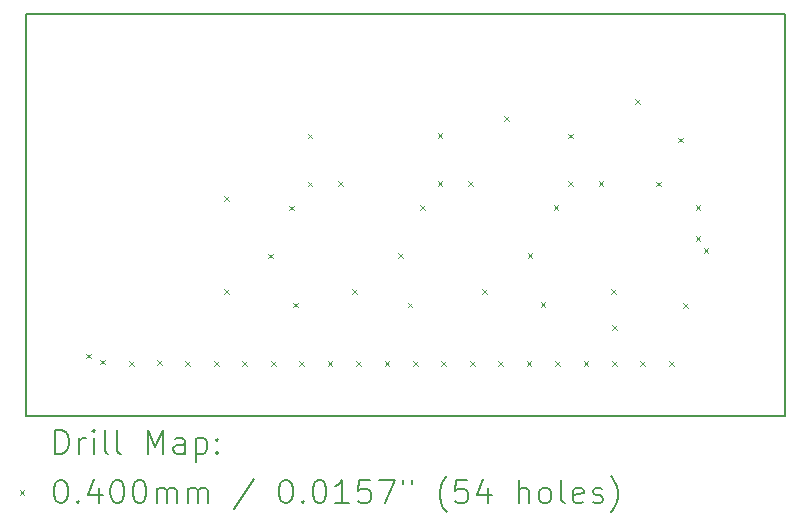
<source format=gbr>
%TF.GenerationSoftware,KiCad,Pcbnew,8.0.5*%
%TF.CreationDate,2024-09-28T22:07:44-04:00*%
%TF.ProjectId,Fluke_LCD,466c756b-655f-44c4-9344-2e6b69636164,rev?*%
%TF.SameCoordinates,Original*%
%TF.FileFunction,Drillmap*%
%TF.FilePolarity,Positive*%
%FSLAX45Y45*%
G04 Gerber Fmt 4.5, Leading zero omitted, Abs format (unit mm)*
G04 Created by KiCad (PCBNEW 8.0.5) date 2024-09-28 22:07:44*
%MOMM*%
%LPD*%
G01*
G04 APERTURE LIST*
%ADD10C,0.200000*%
%ADD11C,0.100000*%
G04 APERTURE END LIST*
D10*
X18000000Y-12596400D02*
X24426200Y-12596400D01*
X24426200Y-16000000D01*
X18000000Y-16000000D01*
X18000000Y-12596400D01*
D11*
X18511000Y-15474000D02*
X18551000Y-15514000D01*
X18551000Y-15474000D02*
X18511000Y-15514000D01*
X18631000Y-15525000D02*
X18671000Y-15565000D01*
X18671000Y-15525000D02*
X18631000Y-15565000D01*
X18873000Y-15535000D02*
X18913000Y-15575000D01*
X18913000Y-15535000D02*
X18873000Y-15575000D01*
X19112000Y-15532000D02*
X19152000Y-15572000D01*
X19152000Y-15532000D02*
X19112000Y-15572000D01*
X19352000Y-15536000D02*
X19392000Y-15576000D01*
X19392000Y-15536000D02*
X19352000Y-15576000D01*
X19594000Y-15538000D02*
X19634000Y-15578000D01*
X19634000Y-15538000D02*
X19594000Y-15578000D01*
X19680000Y-14142000D02*
X19720000Y-14182000D01*
X19720000Y-14142000D02*
X19680000Y-14182000D01*
X19680000Y-14929000D02*
X19720000Y-14969000D01*
X19720000Y-14929000D02*
X19680000Y-14969000D01*
X19834000Y-15535000D02*
X19874000Y-15575000D01*
X19874000Y-15535000D02*
X19834000Y-15575000D01*
X20051000Y-14627000D02*
X20091000Y-14667000D01*
X20091000Y-14627000D02*
X20051000Y-14667000D01*
X20076000Y-15537000D02*
X20116000Y-15577000D01*
X20116000Y-15537000D02*
X20076000Y-15577000D01*
X20232000Y-14221000D02*
X20272000Y-14261000D01*
X20272000Y-14221000D02*
X20232000Y-14261000D01*
X20265000Y-15042000D02*
X20305000Y-15082000D01*
X20305000Y-15042000D02*
X20265000Y-15082000D01*
X20316000Y-15535000D02*
X20356000Y-15575000D01*
X20356000Y-15535000D02*
X20316000Y-15575000D01*
X20388000Y-13611000D02*
X20428000Y-13651000D01*
X20428000Y-13611000D02*
X20388000Y-13651000D01*
X20388000Y-14018000D02*
X20428000Y-14058000D01*
X20428000Y-14018000D02*
X20388000Y-14058000D01*
X20556000Y-15536000D02*
X20596000Y-15576000D01*
X20596000Y-15536000D02*
X20556000Y-15576000D01*
X20643000Y-14013000D02*
X20683000Y-14053000D01*
X20683000Y-14013000D02*
X20643000Y-14053000D01*
X20762000Y-14929000D02*
X20802000Y-14969000D01*
X20802000Y-14929000D02*
X20762000Y-14969000D01*
X20798000Y-15537000D02*
X20838000Y-15577000D01*
X20838000Y-15537000D02*
X20798000Y-15577000D01*
X21039000Y-15536000D02*
X21079000Y-15576000D01*
X21079000Y-15536000D02*
X21039000Y-15576000D01*
X21151000Y-14622000D02*
X21191000Y-14662000D01*
X21191000Y-14622000D02*
X21151000Y-14662000D01*
X21233000Y-15043000D02*
X21273000Y-15083000D01*
X21273000Y-15043000D02*
X21233000Y-15083000D01*
X21278000Y-15538000D02*
X21318000Y-15578000D01*
X21318000Y-15538000D02*
X21278000Y-15578000D01*
X21337000Y-14216000D02*
X21377000Y-14256000D01*
X21377000Y-14216000D02*
X21337000Y-14256000D01*
X21488000Y-13607000D02*
X21528000Y-13647000D01*
X21528000Y-13607000D02*
X21488000Y-13647000D01*
X21488000Y-14012000D02*
X21528000Y-14052000D01*
X21528000Y-14012000D02*
X21488000Y-14052000D01*
X21519000Y-15538000D02*
X21559000Y-15578000D01*
X21559000Y-15538000D02*
X21519000Y-15578000D01*
X21747000Y-14016000D02*
X21787000Y-14056000D01*
X21787000Y-14016000D02*
X21747000Y-14056000D01*
X21761000Y-15536000D02*
X21801000Y-15576000D01*
X21801000Y-15536000D02*
X21761000Y-15576000D01*
X21867000Y-14930000D02*
X21907000Y-14970000D01*
X21907000Y-14930000D02*
X21867000Y-14970000D01*
X22001000Y-15536000D02*
X22041000Y-15576000D01*
X22041000Y-15536000D02*
X22001000Y-15576000D01*
X22052000Y-13461000D02*
X22092000Y-13501000D01*
X22092000Y-13461000D02*
X22052000Y-13501000D01*
X22242000Y-15536000D02*
X22282000Y-15576000D01*
X22282000Y-15536000D02*
X22242000Y-15576000D01*
X22250000Y-14626000D02*
X22290000Y-14666000D01*
X22290000Y-14626000D02*
X22250000Y-14666000D01*
X22360000Y-15037000D02*
X22400000Y-15077000D01*
X22400000Y-15037000D02*
X22360000Y-15077000D01*
X22469000Y-14220000D02*
X22509000Y-14260000D01*
X22509000Y-14220000D02*
X22469000Y-14260000D01*
X22483000Y-15536000D02*
X22523000Y-15576000D01*
X22523000Y-15536000D02*
X22483000Y-15576000D01*
X22593000Y-13611000D02*
X22633000Y-13651000D01*
X22633000Y-13611000D02*
X22593000Y-13651000D01*
X22593000Y-14016000D02*
X22633000Y-14056000D01*
X22633000Y-14016000D02*
X22593000Y-14056000D01*
X22723000Y-15537000D02*
X22763000Y-15577000D01*
X22763000Y-15537000D02*
X22723000Y-15577000D01*
X22852000Y-14017000D02*
X22892000Y-14057000D01*
X22892000Y-14017000D02*
X22852000Y-14057000D01*
X22959000Y-14929000D02*
X22999000Y-14969000D01*
X22999000Y-14929000D02*
X22959000Y-14969000D01*
X22963000Y-15535000D02*
X23003000Y-15575000D01*
X23003000Y-15535000D02*
X22963000Y-15575000D01*
X22967750Y-15236000D02*
X23007750Y-15276000D01*
X23007750Y-15236000D02*
X22967750Y-15276000D01*
X23163000Y-13319000D02*
X23203000Y-13359000D01*
X23203000Y-13319000D02*
X23163000Y-13359000D01*
X23203000Y-15536000D02*
X23243000Y-15576000D01*
X23243000Y-15536000D02*
X23203000Y-15576000D01*
X23336000Y-14018000D02*
X23376000Y-14058000D01*
X23376000Y-14018000D02*
X23336000Y-14058000D01*
X23445000Y-15536000D02*
X23485000Y-15576000D01*
X23485000Y-15536000D02*
X23445000Y-15576000D01*
X23525000Y-13645000D02*
X23565000Y-13685000D01*
X23565000Y-13645000D02*
X23525000Y-13685000D01*
X23564000Y-15047000D02*
X23604000Y-15087000D01*
X23604000Y-15047000D02*
X23564000Y-15087000D01*
X23673000Y-14220000D02*
X23713000Y-14260000D01*
X23713000Y-14220000D02*
X23673000Y-14260000D01*
X23673000Y-14479000D02*
X23713000Y-14519000D01*
X23713000Y-14479000D02*
X23673000Y-14519000D01*
X23740000Y-14584000D02*
X23780000Y-14624000D01*
X23780000Y-14584000D02*
X23740000Y-14624000D01*
D10*
X18250777Y-16321484D02*
X18250777Y-16121484D01*
X18250777Y-16121484D02*
X18298396Y-16121484D01*
X18298396Y-16121484D02*
X18326967Y-16131008D01*
X18326967Y-16131008D02*
X18346015Y-16150055D01*
X18346015Y-16150055D02*
X18355539Y-16169103D01*
X18355539Y-16169103D02*
X18365063Y-16207198D01*
X18365063Y-16207198D02*
X18365063Y-16235769D01*
X18365063Y-16235769D02*
X18355539Y-16273865D01*
X18355539Y-16273865D02*
X18346015Y-16292912D01*
X18346015Y-16292912D02*
X18326967Y-16311960D01*
X18326967Y-16311960D02*
X18298396Y-16321484D01*
X18298396Y-16321484D02*
X18250777Y-16321484D01*
X18450777Y-16321484D02*
X18450777Y-16188150D01*
X18450777Y-16226246D02*
X18460301Y-16207198D01*
X18460301Y-16207198D02*
X18469824Y-16197674D01*
X18469824Y-16197674D02*
X18488872Y-16188150D01*
X18488872Y-16188150D02*
X18507920Y-16188150D01*
X18574586Y-16321484D02*
X18574586Y-16188150D01*
X18574586Y-16121484D02*
X18565063Y-16131008D01*
X18565063Y-16131008D02*
X18574586Y-16140531D01*
X18574586Y-16140531D02*
X18584110Y-16131008D01*
X18584110Y-16131008D02*
X18574586Y-16121484D01*
X18574586Y-16121484D02*
X18574586Y-16140531D01*
X18698396Y-16321484D02*
X18679348Y-16311960D01*
X18679348Y-16311960D02*
X18669824Y-16292912D01*
X18669824Y-16292912D02*
X18669824Y-16121484D01*
X18803158Y-16321484D02*
X18784110Y-16311960D01*
X18784110Y-16311960D02*
X18774586Y-16292912D01*
X18774586Y-16292912D02*
X18774586Y-16121484D01*
X19031729Y-16321484D02*
X19031729Y-16121484D01*
X19031729Y-16121484D02*
X19098396Y-16264341D01*
X19098396Y-16264341D02*
X19165063Y-16121484D01*
X19165063Y-16121484D02*
X19165063Y-16321484D01*
X19346015Y-16321484D02*
X19346015Y-16216722D01*
X19346015Y-16216722D02*
X19336491Y-16197674D01*
X19336491Y-16197674D02*
X19317444Y-16188150D01*
X19317444Y-16188150D02*
X19279348Y-16188150D01*
X19279348Y-16188150D02*
X19260301Y-16197674D01*
X19346015Y-16311960D02*
X19326967Y-16321484D01*
X19326967Y-16321484D02*
X19279348Y-16321484D01*
X19279348Y-16321484D02*
X19260301Y-16311960D01*
X19260301Y-16311960D02*
X19250777Y-16292912D01*
X19250777Y-16292912D02*
X19250777Y-16273865D01*
X19250777Y-16273865D02*
X19260301Y-16254817D01*
X19260301Y-16254817D02*
X19279348Y-16245293D01*
X19279348Y-16245293D02*
X19326967Y-16245293D01*
X19326967Y-16245293D02*
X19346015Y-16235769D01*
X19441253Y-16188150D02*
X19441253Y-16388150D01*
X19441253Y-16197674D02*
X19460301Y-16188150D01*
X19460301Y-16188150D02*
X19498396Y-16188150D01*
X19498396Y-16188150D02*
X19517444Y-16197674D01*
X19517444Y-16197674D02*
X19526967Y-16207198D01*
X19526967Y-16207198D02*
X19536491Y-16226246D01*
X19536491Y-16226246D02*
X19536491Y-16283388D01*
X19536491Y-16283388D02*
X19526967Y-16302436D01*
X19526967Y-16302436D02*
X19517444Y-16311960D01*
X19517444Y-16311960D02*
X19498396Y-16321484D01*
X19498396Y-16321484D02*
X19460301Y-16321484D01*
X19460301Y-16321484D02*
X19441253Y-16311960D01*
X19622205Y-16302436D02*
X19631729Y-16311960D01*
X19631729Y-16311960D02*
X19622205Y-16321484D01*
X19622205Y-16321484D02*
X19612682Y-16311960D01*
X19612682Y-16311960D02*
X19622205Y-16302436D01*
X19622205Y-16302436D02*
X19622205Y-16321484D01*
X19622205Y-16197674D02*
X19631729Y-16207198D01*
X19631729Y-16207198D02*
X19622205Y-16216722D01*
X19622205Y-16216722D02*
X19612682Y-16207198D01*
X19612682Y-16207198D02*
X19622205Y-16197674D01*
X19622205Y-16197674D02*
X19622205Y-16216722D01*
D11*
X17950000Y-16630000D02*
X17990000Y-16670000D01*
X17990000Y-16630000D02*
X17950000Y-16670000D01*
D10*
X18288872Y-16541484D02*
X18307920Y-16541484D01*
X18307920Y-16541484D02*
X18326967Y-16551008D01*
X18326967Y-16551008D02*
X18336491Y-16560531D01*
X18336491Y-16560531D02*
X18346015Y-16579579D01*
X18346015Y-16579579D02*
X18355539Y-16617674D01*
X18355539Y-16617674D02*
X18355539Y-16665293D01*
X18355539Y-16665293D02*
X18346015Y-16703388D01*
X18346015Y-16703388D02*
X18336491Y-16722436D01*
X18336491Y-16722436D02*
X18326967Y-16731960D01*
X18326967Y-16731960D02*
X18307920Y-16741484D01*
X18307920Y-16741484D02*
X18288872Y-16741484D01*
X18288872Y-16741484D02*
X18269824Y-16731960D01*
X18269824Y-16731960D02*
X18260301Y-16722436D01*
X18260301Y-16722436D02*
X18250777Y-16703388D01*
X18250777Y-16703388D02*
X18241253Y-16665293D01*
X18241253Y-16665293D02*
X18241253Y-16617674D01*
X18241253Y-16617674D02*
X18250777Y-16579579D01*
X18250777Y-16579579D02*
X18260301Y-16560531D01*
X18260301Y-16560531D02*
X18269824Y-16551008D01*
X18269824Y-16551008D02*
X18288872Y-16541484D01*
X18441253Y-16722436D02*
X18450777Y-16731960D01*
X18450777Y-16731960D02*
X18441253Y-16741484D01*
X18441253Y-16741484D02*
X18431729Y-16731960D01*
X18431729Y-16731960D02*
X18441253Y-16722436D01*
X18441253Y-16722436D02*
X18441253Y-16741484D01*
X18622205Y-16608150D02*
X18622205Y-16741484D01*
X18574586Y-16531960D02*
X18526967Y-16674817D01*
X18526967Y-16674817D02*
X18650777Y-16674817D01*
X18765063Y-16541484D02*
X18784110Y-16541484D01*
X18784110Y-16541484D02*
X18803158Y-16551008D01*
X18803158Y-16551008D02*
X18812682Y-16560531D01*
X18812682Y-16560531D02*
X18822205Y-16579579D01*
X18822205Y-16579579D02*
X18831729Y-16617674D01*
X18831729Y-16617674D02*
X18831729Y-16665293D01*
X18831729Y-16665293D02*
X18822205Y-16703388D01*
X18822205Y-16703388D02*
X18812682Y-16722436D01*
X18812682Y-16722436D02*
X18803158Y-16731960D01*
X18803158Y-16731960D02*
X18784110Y-16741484D01*
X18784110Y-16741484D02*
X18765063Y-16741484D01*
X18765063Y-16741484D02*
X18746015Y-16731960D01*
X18746015Y-16731960D02*
X18736491Y-16722436D01*
X18736491Y-16722436D02*
X18726967Y-16703388D01*
X18726967Y-16703388D02*
X18717444Y-16665293D01*
X18717444Y-16665293D02*
X18717444Y-16617674D01*
X18717444Y-16617674D02*
X18726967Y-16579579D01*
X18726967Y-16579579D02*
X18736491Y-16560531D01*
X18736491Y-16560531D02*
X18746015Y-16551008D01*
X18746015Y-16551008D02*
X18765063Y-16541484D01*
X18955539Y-16541484D02*
X18974586Y-16541484D01*
X18974586Y-16541484D02*
X18993634Y-16551008D01*
X18993634Y-16551008D02*
X19003158Y-16560531D01*
X19003158Y-16560531D02*
X19012682Y-16579579D01*
X19012682Y-16579579D02*
X19022205Y-16617674D01*
X19022205Y-16617674D02*
X19022205Y-16665293D01*
X19022205Y-16665293D02*
X19012682Y-16703388D01*
X19012682Y-16703388D02*
X19003158Y-16722436D01*
X19003158Y-16722436D02*
X18993634Y-16731960D01*
X18993634Y-16731960D02*
X18974586Y-16741484D01*
X18974586Y-16741484D02*
X18955539Y-16741484D01*
X18955539Y-16741484D02*
X18936491Y-16731960D01*
X18936491Y-16731960D02*
X18926967Y-16722436D01*
X18926967Y-16722436D02*
X18917444Y-16703388D01*
X18917444Y-16703388D02*
X18907920Y-16665293D01*
X18907920Y-16665293D02*
X18907920Y-16617674D01*
X18907920Y-16617674D02*
X18917444Y-16579579D01*
X18917444Y-16579579D02*
X18926967Y-16560531D01*
X18926967Y-16560531D02*
X18936491Y-16551008D01*
X18936491Y-16551008D02*
X18955539Y-16541484D01*
X19107920Y-16741484D02*
X19107920Y-16608150D01*
X19107920Y-16627198D02*
X19117444Y-16617674D01*
X19117444Y-16617674D02*
X19136491Y-16608150D01*
X19136491Y-16608150D02*
X19165063Y-16608150D01*
X19165063Y-16608150D02*
X19184110Y-16617674D01*
X19184110Y-16617674D02*
X19193634Y-16636722D01*
X19193634Y-16636722D02*
X19193634Y-16741484D01*
X19193634Y-16636722D02*
X19203158Y-16617674D01*
X19203158Y-16617674D02*
X19222205Y-16608150D01*
X19222205Y-16608150D02*
X19250777Y-16608150D01*
X19250777Y-16608150D02*
X19269825Y-16617674D01*
X19269825Y-16617674D02*
X19279348Y-16636722D01*
X19279348Y-16636722D02*
X19279348Y-16741484D01*
X19374586Y-16741484D02*
X19374586Y-16608150D01*
X19374586Y-16627198D02*
X19384110Y-16617674D01*
X19384110Y-16617674D02*
X19403158Y-16608150D01*
X19403158Y-16608150D02*
X19431729Y-16608150D01*
X19431729Y-16608150D02*
X19450777Y-16617674D01*
X19450777Y-16617674D02*
X19460301Y-16636722D01*
X19460301Y-16636722D02*
X19460301Y-16741484D01*
X19460301Y-16636722D02*
X19469825Y-16617674D01*
X19469825Y-16617674D02*
X19488872Y-16608150D01*
X19488872Y-16608150D02*
X19517444Y-16608150D01*
X19517444Y-16608150D02*
X19536491Y-16617674D01*
X19536491Y-16617674D02*
X19546015Y-16636722D01*
X19546015Y-16636722D02*
X19546015Y-16741484D01*
X19936491Y-16531960D02*
X19765063Y-16789103D01*
X20193634Y-16541484D02*
X20212682Y-16541484D01*
X20212682Y-16541484D02*
X20231729Y-16551008D01*
X20231729Y-16551008D02*
X20241253Y-16560531D01*
X20241253Y-16560531D02*
X20250777Y-16579579D01*
X20250777Y-16579579D02*
X20260301Y-16617674D01*
X20260301Y-16617674D02*
X20260301Y-16665293D01*
X20260301Y-16665293D02*
X20250777Y-16703388D01*
X20250777Y-16703388D02*
X20241253Y-16722436D01*
X20241253Y-16722436D02*
X20231729Y-16731960D01*
X20231729Y-16731960D02*
X20212682Y-16741484D01*
X20212682Y-16741484D02*
X20193634Y-16741484D01*
X20193634Y-16741484D02*
X20174587Y-16731960D01*
X20174587Y-16731960D02*
X20165063Y-16722436D01*
X20165063Y-16722436D02*
X20155539Y-16703388D01*
X20155539Y-16703388D02*
X20146015Y-16665293D01*
X20146015Y-16665293D02*
X20146015Y-16617674D01*
X20146015Y-16617674D02*
X20155539Y-16579579D01*
X20155539Y-16579579D02*
X20165063Y-16560531D01*
X20165063Y-16560531D02*
X20174587Y-16551008D01*
X20174587Y-16551008D02*
X20193634Y-16541484D01*
X20346015Y-16722436D02*
X20355539Y-16731960D01*
X20355539Y-16731960D02*
X20346015Y-16741484D01*
X20346015Y-16741484D02*
X20336491Y-16731960D01*
X20336491Y-16731960D02*
X20346015Y-16722436D01*
X20346015Y-16722436D02*
X20346015Y-16741484D01*
X20479348Y-16541484D02*
X20498396Y-16541484D01*
X20498396Y-16541484D02*
X20517444Y-16551008D01*
X20517444Y-16551008D02*
X20526968Y-16560531D01*
X20526968Y-16560531D02*
X20536491Y-16579579D01*
X20536491Y-16579579D02*
X20546015Y-16617674D01*
X20546015Y-16617674D02*
X20546015Y-16665293D01*
X20546015Y-16665293D02*
X20536491Y-16703388D01*
X20536491Y-16703388D02*
X20526968Y-16722436D01*
X20526968Y-16722436D02*
X20517444Y-16731960D01*
X20517444Y-16731960D02*
X20498396Y-16741484D01*
X20498396Y-16741484D02*
X20479348Y-16741484D01*
X20479348Y-16741484D02*
X20460301Y-16731960D01*
X20460301Y-16731960D02*
X20450777Y-16722436D01*
X20450777Y-16722436D02*
X20441253Y-16703388D01*
X20441253Y-16703388D02*
X20431729Y-16665293D01*
X20431729Y-16665293D02*
X20431729Y-16617674D01*
X20431729Y-16617674D02*
X20441253Y-16579579D01*
X20441253Y-16579579D02*
X20450777Y-16560531D01*
X20450777Y-16560531D02*
X20460301Y-16551008D01*
X20460301Y-16551008D02*
X20479348Y-16541484D01*
X20736491Y-16741484D02*
X20622206Y-16741484D01*
X20679348Y-16741484D02*
X20679348Y-16541484D01*
X20679348Y-16541484D02*
X20660301Y-16570055D01*
X20660301Y-16570055D02*
X20641253Y-16589103D01*
X20641253Y-16589103D02*
X20622206Y-16598627D01*
X20917444Y-16541484D02*
X20822206Y-16541484D01*
X20822206Y-16541484D02*
X20812682Y-16636722D01*
X20812682Y-16636722D02*
X20822206Y-16627198D01*
X20822206Y-16627198D02*
X20841253Y-16617674D01*
X20841253Y-16617674D02*
X20888872Y-16617674D01*
X20888872Y-16617674D02*
X20907920Y-16627198D01*
X20907920Y-16627198D02*
X20917444Y-16636722D01*
X20917444Y-16636722D02*
X20926968Y-16655769D01*
X20926968Y-16655769D02*
X20926968Y-16703388D01*
X20926968Y-16703388D02*
X20917444Y-16722436D01*
X20917444Y-16722436D02*
X20907920Y-16731960D01*
X20907920Y-16731960D02*
X20888872Y-16741484D01*
X20888872Y-16741484D02*
X20841253Y-16741484D01*
X20841253Y-16741484D02*
X20822206Y-16731960D01*
X20822206Y-16731960D02*
X20812682Y-16722436D01*
X20993634Y-16541484D02*
X21126968Y-16541484D01*
X21126968Y-16541484D02*
X21041253Y-16741484D01*
X21193634Y-16541484D02*
X21193634Y-16579579D01*
X21269825Y-16541484D02*
X21269825Y-16579579D01*
X21565063Y-16817674D02*
X21555539Y-16808150D01*
X21555539Y-16808150D02*
X21536491Y-16779579D01*
X21536491Y-16779579D02*
X21526968Y-16760531D01*
X21526968Y-16760531D02*
X21517444Y-16731960D01*
X21517444Y-16731960D02*
X21507920Y-16684341D01*
X21507920Y-16684341D02*
X21507920Y-16646246D01*
X21507920Y-16646246D02*
X21517444Y-16598627D01*
X21517444Y-16598627D02*
X21526968Y-16570055D01*
X21526968Y-16570055D02*
X21536491Y-16551008D01*
X21536491Y-16551008D02*
X21555539Y-16522436D01*
X21555539Y-16522436D02*
X21565063Y-16512912D01*
X21736491Y-16541484D02*
X21641253Y-16541484D01*
X21641253Y-16541484D02*
X21631730Y-16636722D01*
X21631730Y-16636722D02*
X21641253Y-16627198D01*
X21641253Y-16627198D02*
X21660301Y-16617674D01*
X21660301Y-16617674D02*
X21707920Y-16617674D01*
X21707920Y-16617674D02*
X21726968Y-16627198D01*
X21726968Y-16627198D02*
X21736491Y-16636722D01*
X21736491Y-16636722D02*
X21746015Y-16655769D01*
X21746015Y-16655769D02*
X21746015Y-16703388D01*
X21746015Y-16703388D02*
X21736491Y-16722436D01*
X21736491Y-16722436D02*
X21726968Y-16731960D01*
X21726968Y-16731960D02*
X21707920Y-16741484D01*
X21707920Y-16741484D02*
X21660301Y-16741484D01*
X21660301Y-16741484D02*
X21641253Y-16731960D01*
X21641253Y-16731960D02*
X21631730Y-16722436D01*
X21917444Y-16608150D02*
X21917444Y-16741484D01*
X21869825Y-16531960D02*
X21822206Y-16674817D01*
X21822206Y-16674817D02*
X21946015Y-16674817D01*
X22174587Y-16741484D02*
X22174587Y-16541484D01*
X22260301Y-16741484D02*
X22260301Y-16636722D01*
X22260301Y-16636722D02*
X22250777Y-16617674D01*
X22250777Y-16617674D02*
X22231730Y-16608150D01*
X22231730Y-16608150D02*
X22203158Y-16608150D01*
X22203158Y-16608150D02*
X22184111Y-16617674D01*
X22184111Y-16617674D02*
X22174587Y-16627198D01*
X22384110Y-16741484D02*
X22365063Y-16731960D01*
X22365063Y-16731960D02*
X22355539Y-16722436D01*
X22355539Y-16722436D02*
X22346015Y-16703388D01*
X22346015Y-16703388D02*
X22346015Y-16646246D01*
X22346015Y-16646246D02*
X22355539Y-16627198D01*
X22355539Y-16627198D02*
X22365063Y-16617674D01*
X22365063Y-16617674D02*
X22384110Y-16608150D01*
X22384110Y-16608150D02*
X22412682Y-16608150D01*
X22412682Y-16608150D02*
X22431730Y-16617674D01*
X22431730Y-16617674D02*
X22441253Y-16627198D01*
X22441253Y-16627198D02*
X22450777Y-16646246D01*
X22450777Y-16646246D02*
X22450777Y-16703388D01*
X22450777Y-16703388D02*
X22441253Y-16722436D01*
X22441253Y-16722436D02*
X22431730Y-16731960D01*
X22431730Y-16731960D02*
X22412682Y-16741484D01*
X22412682Y-16741484D02*
X22384110Y-16741484D01*
X22565063Y-16741484D02*
X22546015Y-16731960D01*
X22546015Y-16731960D02*
X22536491Y-16712912D01*
X22536491Y-16712912D02*
X22536491Y-16541484D01*
X22717444Y-16731960D02*
X22698396Y-16741484D01*
X22698396Y-16741484D02*
X22660301Y-16741484D01*
X22660301Y-16741484D02*
X22641253Y-16731960D01*
X22641253Y-16731960D02*
X22631730Y-16712912D01*
X22631730Y-16712912D02*
X22631730Y-16636722D01*
X22631730Y-16636722D02*
X22641253Y-16617674D01*
X22641253Y-16617674D02*
X22660301Y-16608150D01*
X22660301Y-16608150D02*
X22698396Y-16608150D01*
X22698396Y-16608150D02*
X22717444Y-16617674D01*
X22717444Y-16617674D02*
X22726968Y-16636722D01*
X22726968Y-16636722D02*
X22726968Y-16655769D01*
X22726968Y-16655769D02*
X22631730Y-16674817D01*
X22803158Y-16731960D02*
X22822206Y-16741484D01*
X22822206Y-16741484D02*
X22860301Y-16741484D01*
X22860301Y-16741484D02*
X22879349Y-16731960D01*
X22879349Y-16731960D02*
X22888872Y-16712912D01*
X22888872Y-16712912D02*
X22888872Y-16703388D01*
X22888872Y-16703388D02*
X22879349Y-16684341D01*
X22879349Y-16684341D02*
X22860301Y-16674817D01*
X22860301Y-16674817D02*
X22831730Y-16674817D01*
X22831730Y-16674817D02*
X22812682Y-16665293D01*
X22812682Y-16665293D02*
X22803158Y-16646246D01*
X22803158Y-16646246D02*
X22803158Y-16636722D01*
X22803158Y-16636722D02*
X22812682Y-16617674D01*
X22812682Y-16617674D02*
X22831730Y-16608150D01*
X22831730Y-16608150D02*
X22860301Y-16608150D01*
X22860301Y-16608150D02*
X22879349Y-16617674D01*
X22955539Y-16817674D02*
X22965063Y-16808150D01*
X22965063Y-16808150D02*
X22984111Y-16779579D01*
X22984111Y-16779579D02*
X22993634Y-16760531D01*
X22993634Y-16760531D02*
X23003158Y-16731960D01*
X23003158Y-16731960D02*
X23012682Y-16684341D01*
X23012682Y-16684341D02*
X23012682Y-16646246D01*
X23012682Y-16646246D02*
X23003158Y-16598627D01*
X23003158Y-16598627D02*
X22993634Y-16570055D01*
X22993634Y-16570055D02*
X22984111Y-16551008D01*
X22984111Y-16551008D02*
X22965063Y-16522436D01*
X22965063Y-16522436D02*
X22955539Y-16512912D01*
M02*

</source>
